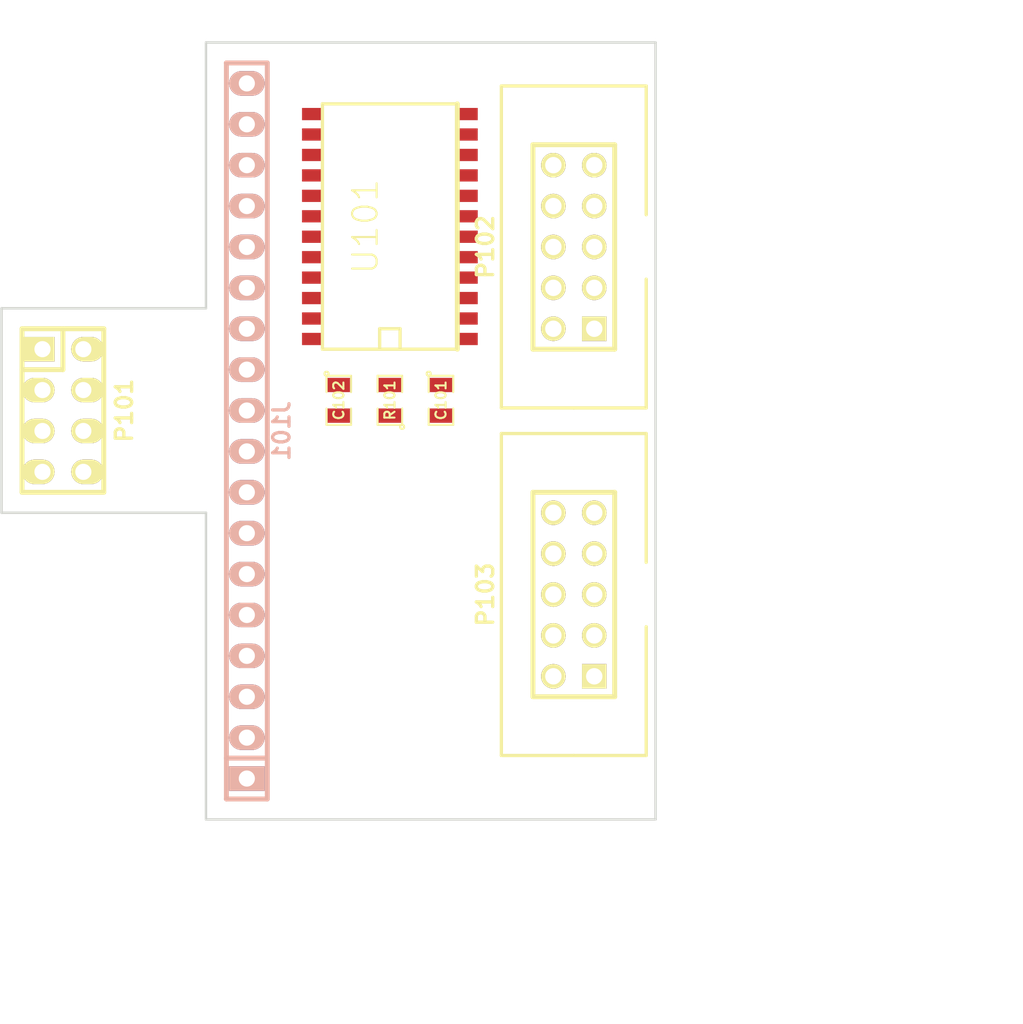
<source format=kicad_pcb>
(kicad_pcb (version 3) (host pcbnew "(2013-07-07 BZR 4022)-stable")

  (general
    (links 40)
    (no_connects 40)
    (area 134.519999 69.749999 197.667143 135.54)
    (thickness 1.6)
    (drawings 14)
    (tracks 0)
    (zones 0)
    (modules 8)
    (nets 28)
  )

  (page A3)
  (layers
    (15 F.Cu signal)
    (0 B.Cu signal)
    (16 B.Adhes user)
    (17 F.Adhes user)
    (18 B.Paste user)
    (19 F.Paste user)
    (20 B.SilkS user)
    (21 F.SilkS user)
    (22 B.Mask user)
    (23 F.Mask user)
    (24 Dwgs.User user)
    (25 Cmts.User user)
    (26 Eco1.User user)
    (27 Eco2.User user)
    (28 Edge.Cuts user)
  )

  (setup
    (last_trace_width 0.254)
    (trace_clearance 0.254)
    (zone_clearance 0.508)
    (zone_45_only no)
    (trace_min 0.254)
    (segment_width 0.2)
    (edge_width 0.15)
    (via_size 0.889)
    (via_drill 0.635)
    (via_min_size 0.889)
    (via_min_drill 0.508)
    (uvia_size 0.508)
    (uvia_drill 0.127)
    (uvias_allowed no)
    (uvia_min_size 0.508)
    (uvia_min_drill 0.127)
    (pcb_text_width 0.3)
    (pcb_text_size 1.5 1.5)
    (mod_edge_width 0.15)
    (mod_text_size 1.5 1.5)
    (mod_text_width 0.15)
    (pad_size 1.4 1.4)
    (pad_drill 0.6)
    (pad_to_mask_clearance 0.2)
    (aux_axis_origin 134.62 120.65)
    (visible_elements FFFFFBBF)
    (pcbplotparams
      (layerselection 3178497)
      (usegerberextensions true)
      (excludeedgelayer true)
      (linewidth 0.150000)
      (plotframeref false)
      (viasonmask false)
      (mode 1)
      (useauxorigin false)
      (hpglpennumber 1)
      (hpglpenspeed 20)
      (hpglpendiameter 15)
      (hpglpenoverlay 2)
      (psnegative false)
      (psa4output false)
      (plotreference true)
      (plotvalue true)
      (plotothertext true)
      (plotinvisibletext false)
      (padsonsilk false)
      (subtractmaskfromsilk false)
      (outputformat 1)
      (mirror false)
      (drillshape 1)
      (scaleselection 1)
      (outputdirectory ""))
  )

  (net 0 "")
  (net 1 +5V)
  (net 2 /BEEP)
  (net 3 /BEEP_5V)
  (net 4 /ENC1)
  (net 5 /ENC2)
  (net 6 /ENC_SW)
  (net 7 /IOREF)
  (net 8 /LCD_D4)
  (net 9 /LCD_D4_5V)
  (net 10 /LCD_D5)
  (net 11 /LCD_D5_5V)
  (net 12 /LCD_D6)
  (net 13 /LCD_D6_5V)
  (net 14 /LCD_D7)
  (net 15 /LCD_D7_5V)
  (net 16 /LCD_E)
  (net 17 /LCD_E_5V)
  (net 18 /LCD_RS)
  (net 19 /LCD_RS_5V)
  (net 20 /RESET)
  (net 21 /SD_CLK)
  (net 22 /SD_CS)
  (net 23 /SD_DETECT)
  (net 24 /SD_DI)
  (net 25 /SD_DO)
  (net 26 GND)
  (net 27 N-0000012)

  (net_class Default "This is the default net class."
    (clearance 0.254)
    (trace_width 0.254)
    (via_dia 0.889)
    (via_drill 0.635)
    (uvia_dia 0.508)
    (uvia_drill 0.127)
    (add_net "")
    (add_net +5V)
    (add_net /BEEP)
    (add_net /BEEP_5V)
    (add_net /ENC1)
    (add_net /ENC2)
    (add_net /ENC_SW)
    (add_net /IOREF)
    (add_net /LCD_D4)
    (add_net /LCD_D4_5V)
    (add_net /LCD_D5)
    (add_net /LCD_D5_5V)
    (add_net /LCD_D6)
    (add_net /LCD_D6_5V)
    (add_net /LCD_D7)
    (add_net /LCD_D7_5V)
    (add_net /LCD_E)
    (add_net /LCD_E_5V)
    (add_net /LCD_RS)
    (add_net /LCD_RS_5V)
    (add_net /RESET)
    (add_net /SD_CLK)
    (add_net /SD_CS)
    (add_net /SD_DETECT)
    (add_net /SD_DI)
    (add_net /SD_DO)
    (add_net GND)
    (add_net N-0000012)
  )

  (module SO24E (layer F.Cu) (tedit 428070B7) (tstamp 5243635F)
    (at 158.75 83.82 90)
    (path /52434F54)
    (attr smd)
    (fp_text reference U101 (at 0 -1.524 90) (layer F.SilkS)
      (effects (font (size 1.524 1.524) (thickness 0.127)))
    )
    (fp_text value SN74LVCC4245A (at 0 1.524 90) (layer F.SilkS) hide
      (effects (font (size 1.524 1.524) (thickness 0.127)))
    )
    (fp_line (start 7.62 -4.191) (end -7.62 -4.191) (layer F.SilkS) (width 0.2032))
    (fp_line (start -7.62 -4.191) (end -7.62 4.191) (layer F.SilkS) (width 0.2032))
    (fp_line (start -7.62 -0.635) (end -6.35 -0.635) (layer F.SilkS) (width 0.2032))
    (fp_line (start -6.35 -0.635) (end -6.35 0.635) (layer F.SilkS) (width 0.2032))
    (fp_line (start -6.35 0.635) (end -7.62 0.635) (layer F.SilkS) (width 0.2032))
    (fp_line (start 7.62 4.191) (end 7.62 -4.191) (layer F.SilkS) (width 0.2032))
    (fp_line (start -7.62 4.191) (end 7.62 4.191) (layer F.SilkS) (width 0.3048))
    (pad 1 smd rect (at -6.985 4.826 90) (size 0.762 1.27)
      (layers F.Cu F.Paste F.Mask)
      (net 1 +5V)
    )
    (pad 2 smd rect (at -5.715 4.826 90) (size 0.762 1.27)
      (layers F.Cu F.Paste F.Mask)
      (net 26 GND)
    )
    (pad 3 smd rect (at -4.445 4.826 90) (size 0.762 1.27)
      (layers F.Cu F.Paste F.Mask)
      (net 3 /BEEP_5V)
    )
    (pad 4 smd rect (at -3.175 4.826 90) (size 0.762 1.27)
      (layers F.Cu F.Paste F.Mask)
      (net 15 /LCD_D7_5V)
    )
    (pad 5 smd rect (at -1.905 4.826 90) (size 0.762 1.27)
      (layers F.Cu F.Paste F.Mask)
      (net 13 /LCD_D6_5V)
    )
    (pad 6 smd rect (at -0.635 4.826 90) (size 0.762 1.27)
      (layers F.Cu F.Paste F.Mask)
      (net 11 /LCD_D5_5V)
    )
    (pad 7 smd rect (at 0.635 4.826 90) (size 0.762 1.27)
      (layers F.Cu F.Paste F.Mask)
      (net 9 /LCD_D4_5V)
    )
    (pad 8 smd rect (at 1.905 4.826 90) (size 0.762 1.27)
      (layers F.Cu F.Paste F.Mask)
      (net 17 /LCD_E_5V)
    )
    (pad 9 smd rect (at 3.175 4.826 90) (size 0.762 1.27)
      (layers F.Cu F.Paste F.Mask)
      (net 19 /LCD_RS_5V)
    )
    (pad 10 smd rect (at 4.445 4.826 90) (size 0.762 1.27)
      (layers F.Cu F.Paste F.Mask)
    )
    (pad 11 smd rect (at 5.715 4.826 90) (size 0.762 1.27)
      (layers F.Cu F.Paste F.Mask)
      (net 26 GND)
    )
    (pad 12 smd rect (at 6.985 4.826 90) (size 0.762 1.27)
      (layers F.Cu F.Paste F.Mask)
      (net 26 GND)
    )
    (pad 24 smd rect (at -6.985 -4.826 90) (size 0.762 1.27)
      (layers F.Cu F.Paste F.Mask)
      (net 7 /IOREF)
    )
    (pad 23 smd rect (at -5.715 -4.826 90) (size 0.762 1.27)
      (layers F.Cu F.Paste F.Mask)
      (net 7 /IOREF)
    )
    (pad 22 smd rect (at -4.445 -4.826 90) (size 0.762 1.27)
      (layers F.Cu F.Paste F.Mask)
      (net 26 GND)
    )
    (pad 21 smd rect (at -3.175 -4.826 90) (size 0.762 1.27)
      (layers F.Cu F.Paste F.Mask)
      (net 2 /BEEP)
    )
    (pad 20 smd rect (at -1.905 -4.826 90) (size 0.762 1.27)
      (layers F.Cu F.Paste F.Mask)
      (net 14 /LCD_D7)
    )
    (pad 19 smd rect (at -0.635 -4.826 90) (size 0.762 1.27)
      (layers F.Cu F.Paste F.Mask)
      (net 12 /LCD_D6)
    )
    (pad 18 smd rect (at 0.635 -4.826 90) (size 0.762 1.27)
      (layers F.Cu F.Paste F.Mask)
      (net 10 /LCD_D5)
    )
    (pad 17 smd rect (at 1.905 -4.826 90) (size 0.762 1.27)
      (layers F.Cu F.Paste F.Mask)
      (net 8 /LCD_D4)
    )
    (pad 16 smd rect (at 3.175 -4.826 90) (size 0.762 1.27)
      (layers F.Cu F.Paste F.Mask)
      (net 16 /LCD_E)
    )
    (pad 15 smd rect (at 4.445 -4.826 90) (size 0.762 1.27)
      (layers F.Cu F.Paste F.Mask)
      (net 18 /LCD_RS)
    )
    (pad 14 smd rect (at 5.715 -4.826 90) (size 0.762 1.27)
      (layers F.Cu F.Paste F.Mask)
      (net 27 N-0000012)
    )
    (pad 13 smd rect (at 6.985 -4.826 90) (size 0.762 1.27)
      (layers F.Cu F.Paste F.Mask)
      (net 26 GND)
    )
    (model smd/cms_soj24.wrl
      (at (xyz 0 0 0))
      (scale (xyz 0.5 0.6 0.5))
      (rotate (xyz 0 0 0))
    )
  )

  (module SM0805 (layer F.Cu) (tedit 42806E04) (tstamp 5243636C)
    (at 158.75 94.615 90)
    (path /52435CD7)
    (attr smd)
    (fp_text reference R101 (at 0 0 90) (layer F.SilkS)
      (effects (font (size 0.635 0.635) (thickness 0.127)))
    )
    (fp_text value 1k (at 0 0 90) (layer F.SilkS) hide
      (effects (font (size 0.635 0.635) (thickness 0.127)))
    )
    (fp_circle (center -1.651 0.762) (end -1.651 0.635) (layer F.SilkS) (width 0.127))
    (fp_line (start -0.508 0.762) (end -1.524 0.762) (layer F.SilkS) (width 0.127))
    (fp_line (start -1.524 0.762) (end -1.524 -0.762) (layer F.SilkS) (width 0.127))
    (fp_line (start -1.524 -0.762) (end -0.508 -0.762) (layer F.SilkS) (width 0.127))
    (fp_line (start 0.508 -0.762) (end 1.524 -0.762) (layer F.SilkS) (width 0.127))
    (fp_line (start 1.524 -0.762) (end 1.524 0.762) (layer F.SilkS) (width 0.127))
    (fp_line (start 1.524 0.762) (end 0.508 0.762) (layer F.SilkS) (width 0.127))
    (pad 1 smd rect (at -0.9525 0 90) (size 0.889 1.397)
      (layers F.Cu F.Paste F.Mask)
      (net 26 GND)
    )
    (pad 2 smd rect (at 0.9525 0 90) (size 0.889 1.397)
      (layers F.Cu F.Paste F.Mask)
      (net 27 N-0000012)
    )
    (model smd/chip_cms.wrl
      (at (xyz 0 0 0))
      (scale (xyz 0.1 0.1 0.1))
      (rotate (xyz 0 0 0))
    )
  )

  (module pin_strip_4x2 (layer F.Cu) (tedit 4B90DEC7) (tstamp 5243637E)
    (at 138.43 95.25 270)
    (descr "Pin strip 4x2pin")
    (tags "CONN DEV")
    (path /52434F0E)
    (fp_text reference P101 (at 0 -3.81 270) (layer F.SilkS)
      (effects (font (size 1.016 1.016) (thickness 0.2032)))
    )
    (fp_text value CONN_4X2 (at 0 -5.08 270) (layer F.SilkS) hide
      (effects (font (size 1.016 0.889) (thickness 0.2032)))
    )
    (fp_line (start -5.08 -2.54) (end 5.08 -2.54) (layer F.SilkS) (width 0.3048))
    (fp_line (start 5.08 -2.54) (end 5.08 2.54) (layer F.SilkS) (width 0.3048))
    (fp_line (start 5.08 2.54) (end -5.08 2.54) (layer F.SilkS) (width 0.3048))
    (fp_line (start -5.08 0) (end -2.54 0) (layer F.SilkS) (width 0.3048))
    (fp_line (start -2.54 0) (end -2.54 2.54) (layer F.SilkS) (width 0.3048))
    (fp_line (start -5.08 -2.54) (end -5.08 2.54) (layer F.SilkS) (width 0.3048))
    (pad 1 thru_hole rect (at -3.81 1.27 270) (size 1.524 1.99898) (drill 1.00076 (offset 0 0.24892))
      (layers *.Cu *.Mask F.SilkS)
      (net 1 +5V)
    )
    (pad 2 thru_hole oval (at -3.81 -1.27 270) (size 1.524 1.99898) (drill 1.00076 (offset 0 -0.24892))
      (layers *.Cu *.Mask F.SilkS)
      (net 23 /SD_DETECT)
    )
    (pad 3 thru_hole oval (at -1.27 1.27 270) (size 1.524 1.99898) (drill 1.00076 (offset 0 0.24892))
      (layers *.Cu *.Mask F.SilkS)
      (net 25 /SD_DO)
    )
    (pad 4 thru_hole oval (at -1.27 -1.27 270) (size 1.524 1.99898) (drill 1.00076 (offset 0 -0.24892))
      (layers *.Cu *.Mask F.SilkS)
      (net 24 /SD_DI)
    )
    (pad 5 thru_hole oval (at 1.27 1.27 270) (size 1.524 1.99898) (drill 1.00076 (offset 0 0.24892))
      (layers *.Cu *.Mask F.SilkS)
      (net 21 /SD_CLK)
    )
    (pad 6 thru_hole oval (at 1.27 -1.27 270) (size 1.524 1.99898) (drill 1.00076 (offset 0 -0.24892))
      (layers *.Cu *.Mask F.SilkS)
      (net 22 /SD_CS)
    )
    (pad 7 thru_hole oval (at 3.81 1.27 270) (size 1.524 1.99898) (drill 1.00076 (offset 0 0.24892))
      (layers *.Cu *.Mask F.SilkS)
      (net 26 GND)
    )
    (pad 8 thru_hole oval (at 3.81 -1.27 270) (size 1.524 1.99898) (drill 1.00076 (offset 0 -0.24892))
      (layers *.Cu *.Mask F.SilkS)
    )
    (model walter\pin_strip\pin_strip_4x2.wrl
      (at (xyz 0 0 0))
      (scale (xyz 1 1 1))
      (rotate (xyz 0 0 0))
    )
  )

  (module pin_strip_18 (layer B.Cu) (tedit 4EF88F70) (tstamp 52436399)
    (at 149.86 96.52 90)
    (descr "Pin strip 18pin")
    (tags "CONN DEV")
    (path /52434F14)
    (fp_text reference J101 (at 0 2.159 90) (layer B.SilkS)
      (effects (font (size 1.016 1.016) (thickness 0.2032)) (justify mirror))
    )
    (fp_text value HEADER_18 (at 0.254 3.556 90) (layer B.SilkS) hide
      (effects (font (size 1.016 0.889) (thickness 0.2032)) (justify mirror))
    )
    (fp_line (start 22.86 -1.27) (end -22.86 -1.27) (layer B.SilkS) (width 0.3048))
    (fp_line (start -22.86 1.27) (end 22.86 1.27) (layer B.SilkS) (width 0.3048))
    (fp_line (start 22.86 1.27) (end 22.86 -1.27) (layer B.SilkS) (width 0.3048))
    (fp_line (start -20.32 1.27) (end -20.32 -1.27) (layer B.SilkS) (width 0.3048))
    (fp_line (start -22.86 -1.27) (end -22.86 1.27) (layer B.SilkS) (width 0.3048))
    (pad 1 thru_hole rect (at -21.59 0 90) (size 1.524 2.19964) (drill 1.00076)
      (layers *.Cu *.Mask B.SilkS)
      (net 7 /IOREF)
    )
    (pad 2 thru_hole oval (at -19.05 0 90) (size 1.524 2.19964) (drill 1.00076)
      (layers *.Cu *.Mask B.SilkS)
      (net 26 GND)
    )
    (pad 3 thru_hole oval (at -16.51 0 90) (size 1.524 2.19964) (drill 1.00076)
      (layers *.Cu *.Mask B.SilkS)
    )
    (pad 4 thru_hole oval (at -13.97 0 90) (size 1.524 2.19964) (drill 1.00076)
      (layers *.Cu *.Mask B.SilkS)
    )
    (pad 5 thru_hole oval (at -11.43 0 90) (size 1.524 2.19964) (drill 1.00076)
      (layers *.Cu *.Mask B.SilkS)
    )
    (pad 6 thru_hole oval (at -8.89 0 90) (size 1.524 2.19964) (drill 1.00076)
      (layers *.Cu *.Mask B.SilkS)
    )
    (pad 7 thru_hole oval (at -6.35 0 90) (size 1.524 2.19964) (drill 1.00076)
      (layers *.Cu *.Mask B.SilkS)
      (net 20 /RESET)
    )
    (pad 8 thru_hole oval (at -3.81 0 90) (size 1.524 2.19964) (drill 1.00076)
      (layers *.Cu *.Mask B.SilkS)
    )
    (pad 9 thru_hole oval (at -1.27 0 90) (size 1.524 2.19964) (drill 1.00076)
      (layers *.Cu *.Mask B.SilkS)
      (net 2 /BEEP)
    )
    (pad 10 thru_hole oval (at 1.27 0 90) (size 1.524 2.19964) (drill 1.00076)
      (layers *.Cu *.Mask B.SilkS)
      (net 6 /ENC_SW)
    )
    (pad 11 thru_hole oval (at 3.81 0 90) (size 1.524 2.19964) (drill 1.00076)
      (layers *.Cu *.Mask B.SilkS)
      (net 4 /ENC1)
    )
    (pad 12 thru_hole oval (at 6.35 0 90) (size 1.524 2.19964) (drill 1.00076)
      (layers *.Cu *.Mask B.SilkS)
      (net 5 /ENC2)
    )
    (pad 13 thru_hole oval (at 8.89 0 90) (size 1.524 2.19964) (drill 1.00076)
      (layers *.Cu *.Mask B.SilkS)
      (net 14 /LCD_D7)
    )
    (pad 14 thru_hole oval (at 11.43 0 90) (size 1.524 2.19964) (drill 1.00076)
      (layers *.Cu *.Mask B.SilkS)
      (net 12 /LCD_D6)
    )
    (pad 15 thru_hole oval (at 13.97 0 90) (size 1.524 2.19964) (drill 1.00076)
      (layers *.Cu *.Mask B.SilkS)
      (net 10 /LCD_D5)
    )
    (pad 16 thru_hole oval (at 16.51 0 90) (size 1.524 2.19964) (drill 1.00076)
      (layers *.Cu *.Mask B.SilkS)
      (net 8 /LCD_D4)
    )
    (pad 17 thru_hole oval (at 19.05 0 90) (size 1.524 2.19964) (drill 1.00076)
      (layers *.Cu *.Mask B.SilkS)
      (net 16 /LCD_E)
    )
    (pad 18 thru_hole oval (at 21.59 0 90) (size 1.524 2.19964) (drill 1.00076)
      (layers *.Cu *.Mask B.SilkS)
      (net 18 /LCD_RS)
    )
    (model walter\pin_strip\pin_strip_18.wrl
      (at (xyz 0 0 0))
      (scale (xyz 1 1 1))
      (rotate (xyz 0 0 0))
    )
  )

  (module PIN_ARRAY_5x2_RMC (layer F.Cu) (tedit 502ACB2F) (tstamp 524363AD)
    (at 170.18 85.09 90)
    (descr "Double rangee de contacts 2 x 5 pins")
    (tags CONN)
    (path /52434ED1)
    (fp_text reference P102 (at 0 -5.4991 90) (layer F.SilkS)
      (effects (font (size 1.016 1.016) (thickness 0.2032)))
    )
    (fp_text value CONN_5X2 (at 0 -5.4991 90) (layer F.SilkS) hide
      (effects (font (size 1.016 1.016) (thickness 0.2032)))
    )
    (fp_line (start 1.99898 4.50088) (end 9.99998 4.50088) (layer F.SilkS) (width 0.2032))
    (fp_line (start 9.99998 4.50088) (end 9.99998 -4.50088) (layer F.SilkS) (width 0.2032))
    (fp_line (start 9.99998 -4.50088) (end -9.99998 -4.50088) (layer F.SilkS) (width 0.2032))
    (fp_line (start -9.99998 -4.50088) (end -9.99998 0) (layer F.SilkS) (width 0.2032))
    (fp_line (start -9.99998 0) (end -9.99998 4.50088) (layer F.SilkS) (width 0.2032))
    (fp_line (start -9.99998 4.50088) (end -1.99898 4.50088) (layer F.SilkS) (width 0.2032))
    (fp_line (start -6.35 -2.54) (end 6.35 -2.54) (layer F.SilkS) (width 0.3048))
    (fp_line (start 6.35 -2.54) (end 6.35 2.54) (layer F.SilkS) (width 0.3048))
    (fp_line (start 6.35 2.54) (end -6.35 2.54) (layer F.SilkS) (width 0.3048))
    (fp_line (start -6.35 2.54) (end -6.35 -2.54) (layer F.SilkS) (width 0.3048))
    (pad 1 thru_hole rect (at -5.08 1.27 90) (size 1.524 1.524) (drill 1.016)
      (layers *.Cu *.Mask F.SilkS)
      (net 3 /BEEP_5V)
    )
    (pad 2 thru_hole circle (at -5.08 -1.27 90) (size 1.524 1.524) (drill 1.016)
      (layers *.Cu *.Mask F.SilkS)
      (net 6 /ENC_SW)
    )
    (pad 3 thru_hole circle (at -2.54 1.27 90) (size 1.524 1.524) (drill 1.016)
      (layers *.Cu *.Mask F.SilkS)
      (net 17 /LCD_E_5V)
    )
    (pad 4 thru_hole circle (at -2.54 -1.27 90) (size 1.524 1.524) (drill 1.016)
      (layers *.Cu *.Mask F.SilkS)
      (net 19 /LCD_RS_5V)
    )
    (pad 5 thru_hole circle (at 0 1.27 90) (size 1.524 1.524) (drill 1.016)
      (layers *.Cu *.Mask F.SilkS)
      (net 9 /LCD_D4_5V)
    )
    (pad 6 thru_hole circle (at 0 -1.27 90) (size 1.524 1.524) (drill 1.016)
      (layers *.Cu *.Mask F.SilkS)
      (net 11 /LCD_D5_5V)
    )
    (pad 7 thru_hole circle (at 2.54 1.27 90) (size 1.524 1.524) (drill 1.016)
      (layers *.Cu *.Mask F.SilkS)
      (net 13 /LCD_D6_5V)
    )
    (pad 8 thru_hole circle (at 2.54 -1.27 90) (size 1.524 1.524) (drill 1.016)
      (layers *.Cu *.Mask F.SilkS)
      (net 15 /LCD_D7_5V)
    )
    (pad 9 thru_hole circle (at 5.08 1.27 90) (size 1.524 1.524) (drill 1.016)
      (layers *.Cu *.Mask F.SilkS)
      (net 26 GND)
    )
    (pad 10 thru_hole circle (at 5.08 -1.27 90) (size 1.524 1.524) (drill 1.016)
      (layers *.Cu *.Mask F.SilkS)
      (net 1 +5V)
    )
    (model walter\conn_strip\vasch_strip_5x2.wrl
      (at (xyz 0 0 0))
      (scale (xyz 1 1 1))
      (rotate (xyz 0 0 0))
    )
  )

  (module PIN_ARRAY_5x2_RMC (layer F.Cu) (tedit 502ACB2F) (tstamp 524363C1)
    (at 170.18 106.68 90)
    (descr "Double rangee de contacts 2 x 5 pins")
    (tags CONN)
    (path /52434ED7)
    (fp_text reference P103 (at 0 -5.4991 90) (layer F.SilkS)
      (effects (font (size 1.016 1.016) (thickness 0.2032)))
    )
    (fp_text value CONN_5X2 (at 0 -5.4991 90) (layer F.SilkS) hide
      (effects (font (size 1.016 1.016) (thickness 0.2032)))
    )
    (fp_line (start 1.99898 4.50088) (end 9.99998 4.50088) (layer F.SilkS) (width 0.2032))
    (fp_line (start 9.99998 4.50088) (end 9.99998 -4.50088) (layer F.SilkS) (width 0.2032))
    (fp_line (start 9.99998 -4.50088) (end -9.99998 -4.50088) (layer F.SilkS) (width 0.2032))
    (fp_line (start -9.99998 -4.50088) (end -9.99998 0) (layer F.SilkS) (width 0.2032))
    (fp_line (start -9.99998 0) (end -9.99998 4.50088) (layer F.SilkS) (width 0.2032))
    (fp_line (start -9.99998 4.50088) (end -1.99898 4.50088) (layer F.SilkS) (width 0.2032))
    (fp_line (start -6.35 -2.54) (end 6.35 -2.54) (layer F.SilkS) (width 0.3048))
    (fp_line (start 6.35 -2.54) (end 6.35 2.54) (layer F.SilkS) (width 0.3048))
    (fp_line (start 6.35 2.54) (end -6.35 2.54) (layer F.SilkS) (width 0.3048))
    (fp_line (start -6.35 2.54) (end -6.35 -2.54) (layer F.SilkS) (width 0.3048))
    (pad 1 thru_hole rect (at -5.08 1.27 90) (size 1.524 1.524) (drill 1.016)
      (layers *.Cu *.Mask F.SilkS)
      (net 25 /SD_DO)
    )
    (pad 2 thru_hole circle (at -5.08 -1.27 90) (size 1.524 1.524) (drill 1.016)
      (layers *.Cu *.Mask F.SilkS)
      (net 21 /SD_CLK)
    )
    (pad 3 thru_hole circle (at -2.54 1.27 90) (size 1.524 1.524) (drill 1.016)
      (layers *.Cu *.Mask F.SilkS)
      (net 5 /ENC2)
    )
    (pad 4 thru_hole circle (at -2.54 -1.27 90) (size 1.524 1.524) (drill 1.016)
      (layers *.Cu *.Mask F.SilkS)
      (net 22 /SD_CS)
    )
    (pad 5 thru_hole circle (at 0 1.27 90) (size 1.524 1.524) (drill 1.016)
      (layers *.Cu *.Mask F.SilkS)
      (net 4 /ENC1)
    )
    (pad 6 thru_hole circle (at 0 -1.27 90) (size 1.524 1.524) (drill 1.016)
      (layers *.Cu *.Mask F.SilkS)
      (net 24 /SD_DI)
    )
    (pad 7 thru_hole circle (at 2.54 1.27 90) (size 1.524 1.524) (drill 1.016)
      (layers *.Cu *.Mask F.SilkS)
      (net 23 /SD_DETECT)
    )
    (pad 8 thru_hole circle (at 2.54 -1.27 90) (size 1.524 1.524) (drill 1.016)
      (layers *.Cu *.Mask F.SilkS)
      (net 20 /RESET)
    )
    (pad 9 thru_hole circle (at 5.08 1.27 90) (size 1.524 1.524) (drill 1.016)
      (layers *.Cu *.Mask F.SilkS)
    )
    (pad 10 thru_hole circle (at 5.08 -1.27 90) (size 1.524 1.524) (drill 1.016)
      (layers *.Cu *.Mask F.SilkS)
    )
    (model walter\conn_strip\vasch_strip_5x2.wrl
      (at (xyz 0 0 0))
      (scale (xyz 1 1 1))
      (rotate (xyz 0 0 0))
    )
  )

  (module SM0805 (layer F.Cu) (tedit 42806E04) (tstamp 5243674B)
    (at 161.925 94.615 270)
    (path /524366CF)
    (attr smd)
    (fp_text reference C101 (at 0 0 270) (layer F.SilkS)
      (effects (font (size 0.635 0.635) (thickness 0.127)))
    )
    (fp_text value 100nF (at 0 0 270) (layer F.SilkS) hide
      (effects (font (size 0.635 0.635) (thickness 0.127)))
    )
    (fp_circle (center -1.651 0.762) (end -1.651 0.635) (layer F.SilkS) (width 0.127))
    (fp_line (start -0.508 0.762) (end -1.524 0.762) (layer F.SilkS) (width 0.127))
    (fp_line (start -1.524 0.762) (end -1.524 -0.762) (layer F.SilkS) (width 0.127))
    (fp_line (start -1.524 -0.762) (end -0.508 -0.762) (layer F.SilkS) (width 0.127))
    (fp_line (start 0.508 -0.762) (end 1.524 -0.762) (layer F.SilkS) (width 0.127))
    (fp_line (start 1.524 -0.762) (end 1.524 0.762) (layer F.SilkS) (width 0.127))
    (fp_line (start 1.524 0.762) (end 0.508 0.762) (layer F.SilkS) (width 0.127))
    (pad 1 smd rect (at -0.9525 0 270) (size 0.889 1.397)
      (layers F.Cu F.Paste F.Mask)
      (net 1 +5V)
    )
    (pad 2 smd rect (at 0.9525 0 270) (size 0.889 1.397)
      (layers F.Cu F.Paste F.Mask)
      (net 26 GND)
    )
    (model smd/chip_cms.wrl
      (at (xyz 0 0 0))
      (scale (xyz 0.1 0.1 0.1))
      (rotate (xyz 0 0 0))
    )
  )

  (module SM0805 (layer F.Cu) (tedit 42806E04) (tstamp 52436758)
    (at 155.575 94.615 270)
    (path /524366E1)
    (attr smd)
    (fp_text reference C102 (at 0 0 270) (layer F.SilkS)
      (effects (font (size 0.635 0.635) (thickness 0.127)))
    )
    (fp_text value 100nF (at 0 0 270) (layer F.SilkS) hide
      (effects (font (size 0.635 0.635) (thickness 0.127)))
    )
    (fp_circle (center -1.651 0.762) (end -1.651 0.635) (layer F.SilkS) (width 0.127))
    (fp_line (start -0.508 0.762) (end -1.524 0.762) (layer F.SilkS) (width 0.127))
    (fp_line (start -1.524 0.762) (end -1.524 -0.762) (layer F.SilkS) (width 0.127))
    (fp_line (start -1.524 -0.762) (end -0.508 -0.762) (layer F.SilkS) (width 0.127))
    (fp_line (start 0.508 -0.762) (end 1.524 -0.762) (layer F.SilkS) (width 0.127))
    (fp_line (start 1.524 -0.762) (end 1.524 0.762) (layer F.SilkS) (width 0.127))
    (fp_line (start 1.524 0.762) (end 0.508 0.762) (layer F.SilkS) (width 0.127))
    (pad 1 smd rect (at -0.9525 0 270) (size 0.889 1.397)
      (layers F.Cu F.Paste F.Mask)
      (net 7 /IOREF)
    )
    (pad 2 smd rect (at 0.9525 0 270) (size 0.889 1.397)
      (layers F.Cu F.Paste F.Mask)
      (net 26 GND)
    )
    (model smd/chip_cms.wrl
      (at (xyz 0 0 0))
      (scale (xyz 0.1 0.1 0.1))
      (rotate (xyz 0 0 0))
    )
  )

  (gr_text "Assembly notes: \n\n1. P101 should be mounted on bottom side of PCB." (at 137.16 129.54) (layer Dwgs.User)
    (effects (font (size 1.5 1.5) (thickness 0.3)) (justify left))
  )
  (gr_line (start 185.42 69.85) (end 134.62 69.85) (angle 90) (layer Dwgs.User) (width 0.2))
  (gr_line (start 185.42 120.65) (end 185.42 69.85) (angle 90) (layer Dwgs.User) (width 0.2))
  (gr_line (start 134.62 120.65) (end 185.42 120.65) (angle 90) (layer Dwgs.User) (width 0.2))
  (gr_line (start 147.32 88.9) (end 147.32 72.39) (angle 90) (layer Edge.Cuts) (width 0.15))
  (gr_line (start 134.62 88.9) (end 147.32 88.9) (angle 90) (layer Edge.Cuts) (width 0.15))
  (gr_line (start 134.62 101.6) (end 134.62 88.9) (angle 90) (layer Edge.Cuts) (width 0.15))
  (gr_line (start 147.32 101.6) (end 134.62 101.6) (angle 90) (layer Edge.Cuts) (width 0.15))
  (gr_line (start 147.32 120.65) (end 147.32 101.6) (angle 90) (layer Edge.Cuts) (width 0.15))
  (gr_line (start 175.26 120.65) (end 147.32 120.65) (angle 90) (layer Edge.Cuts) (width 0.15))
  (gr_line (start 175.26 72.39) (end 175.26 120.65) (angle 90) (layer Edge.Cuts) (width 0.15))
  (gr_line (start 147.32 72.39) (end 175.26 72.39) (angle 90) (layer Edge.Cuts) (width 0.15))
  (gr_line (start 134.62 73.66) (end 184.15 73.66) (angle 90) (layer Dwgs.User) (width 0.2))
  (gr_line (start 140.97 119.38) (end 179.07 119.38) (angle 90) (layer Dwgs.User) (width 0.2))

)

</source>
